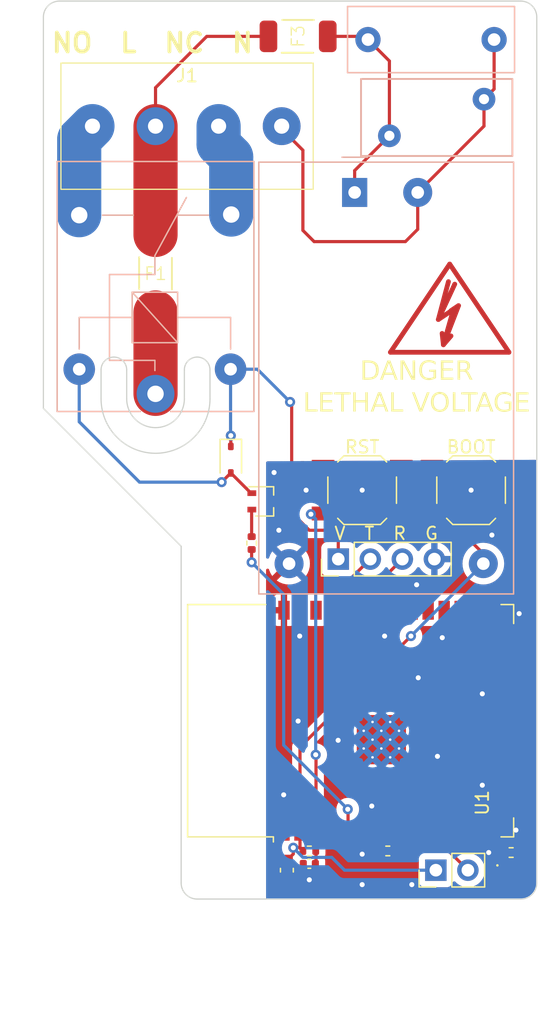
<source format=kicad_pcb>
(kicad_pcb (version 20221018) (generator pcbnew)
  (layers (0 "F.Cu" signal) (31 "B.Cu" signal) (34 "B.Paste" user) (35 "F.Paste" user) (36 "B.SilkS" user "B.Silkscreen") (37 "F.SilkS" user "F.Silkscreen") (38 "B.Mask" user) (39 "F.Mask" user) (44 "Edge.Cuts" user))
  (net 0 "")
  (net 1 "RST")
  (net 2 "+3V3")
  (net 3 "Net-(Q1-G)")
  (net 4 "IO5")
  (net 5 "AC_L")
  (net 6 "Net-(D1-A)")
  (net 7 "GND")
  (net 10 "IO7")
  (net 17 "Net-(D2-A)")
  (net 30 "BOOT")
  (net 39 "RX")
  (net 40 "TX")
  (net 43 "AC_N")
  (net 44 "Net-(SW5-B)")
  (net 45 "AC_L_FUSED")
  (net 46 "Net-(PS1-AC{slash}L)")
  (net 47 "AC_NC")
  (net 48 "AC_NO")
  (net 49 "IO20")
  (footprint "Button_Switch_SMD:SW_SPST_SKQG_WithStem" (layer "F.Cu") (at 172.593 89.789)
    (fp_text reference "BOOT" (at 0 -3.429 180) (layer "F.SilkS"))
    (fp_text value "SW_Push" hide)
    (fp_line (start -2.72 1.04) (end -2.72 -1.04) (stroke (width 0.12)) (layer "F.SilkS"))
    (fp_line (start -1.45 -2.72) (end -1.94 -2.23) (stroke (width 0.12)) (layer "F.SilkS"))
    (fp_line (start -1.45 -2.72) (end 1.45 -2.72) (stroke (width 0.12)) (layer "F.SilkS"))
    (fp_line (start -1.45 2.72) (end -1.94 2.23) (stroke (width 0.12)) (layer "F.SilkS"))
    (fp_line (start -1.45 2.72) (end 1.45 2.72) (stroke (width 0.12)) (layer "F.SilkS"))
    (fp_line (start 1.45 -2.72) (end 1.94 -2.23) (stroke (width 0.12)) (layer "F.SilkS"))
    (fp_line (start 1.45 2.72) (end 1.94 2.23) (stroke (width 0.12)) (layer "F.SilkS"))
    (fp_line (start 2.72 1.04) (end 2.72 -1.04) (stroke (width 0.12)) (layer "F.SilkS"))
    (pad "1" smd rect (at -3.1 -1.85) (size 1.8 1.1) (layers "F.Cu" "F.Paste" "F.Mask") (net 7 "GND"))
    (pad "1" smd rect (at 3.1 -1.85) (size 1.8 1.1) (layers "F.Cu" "F.Paste" "F.Mask") (net 7 "GND"))
    (pad "2" smd rect (at -3.1 1.85) (size 1.8 1.1) (layers "F.Cu" "F.Paste" "F.Mask") (net 30 "BOOT"))
    (pad "2" smd rect (at 3.1 1.85) (size 1.8 1.1) (layers "F.Cu" "F.Paste" "F.Mask") (net 30 "BOOT"))
    (zone (net 0) (net_name "") (layer "F.Cu") (connect_pads (clearance 0)) (min_thickness 0.254)
      (keepout (tracks not_allowed) (vias not_allowed) (pads not_allowed) (copperpour not_allowed) (footprints not_allowed))
      (fill (thermal_gap 0.508) (thermal_bridge_width 0.508))
      (polygon (pts (xy 168.593 88.489) (xy 171.593 88.489) (xy 171.593 91.089) (xy 168.593 91.089)))
    )
    (zone (net 0) (net_name "") (layer "F.Cu") (connect_pads (clearance 0)) (min_thickness 0.254)
      (keepout (tracks not_allowed) (vias not_allowed) (pads not_allowed) (copperpour not_allowed) (footprints not_allowed))
      (fill (thermal_gap 0.508) (thermal_bridge_width 0.508))
      (polygon (pts (xy 173.593 88.489) (xy 176.593 88.489) (xy 176.593 91.089) (xy 173.593 91.089)))
    )
  )
  (footprint "footprints:WJ128V-5.0-2P" (layer "F.Cu") (at 150.074 60.96 180)
    (fp_text reference "J1" (at 0 4) (layer "F.SilkS"))
    (fp_text value "Screw_Terminal_01x04" hide)
    (fp_rect (start 10 5) (end -10 -5) (stroke (width 0.1)) (fill none) (layer "F.SilkS"))
    (pad "1" thru_hole circle (at -7.5 0 180) (size 3 3) (drill 1.2) (layers "*.Cu" "*.Mask") (net 43 "AC_N"))
    (pad "2" thru_hole circle (at -2.5 0 180) (size 3 3) (drill 1.2) (layers "*.Cu" "*.Mask") (net 47 "AC_NC"))
    (pad "3" thru_hole circle (at 2.5 0 180) (size 3 3) (drill 1.2) (layers "*.Cu" "*.Mask") (net 5 "AC_L"))
    (pad "4" thru_hole circle (at 7.5 0 180) (size 3 3) (drill 1.2) (layers "*.Cu" "*.Mask") (net 48 "AC_NO"))
  )
  (footprint "6125_Fuse:Fuse_6125" (layer "F.Cu") (at 147.574 72.644 -90)
    (fp_text reference "F1" (at 0 0 unlocked) (layer "F.SilkS") (effects (font (thickness 0.1))))
    (fp_text value "5A 250v")
    (fp_line (start -1.3 1.3) (end 1.2 1.3) (stroke (width 0.15)) (layer "F.SilkS"))
    (fp_line (start -1.25 -1.3) (end 1.25 -1.3) (stroke (width 0.15)) (layer "F.SilkS"))
    (pad "1" smd roundrect (at -2.35 0 270) (size 1.4 2.5) (layers "F.Cu" "F.Paste" "F.Mask") (net 5 "AC_L"))
    (pad "2" smd roundrect (at 2.35 0 270) (size 1.4 2.5) (layers "F.Cu" "F.Paste" "F.Mask") (net 45 "AC_L_FUSED"))
  )
  (footprint "Button_Switch_SMD:SW_SPST_SKQG_WithStem" (layer "F.Cu") (at 163.957 89.789 180)
    (fp_text reference "RST" (at 0 3.429 180) (layer "F.SilkS"))
    (fp_text value "SW_Push" hide)
    (fp_line (start -2.72 1.04) (end -2.72 -1.04) (stroke (width 0.12)) (layer "F.SilkS"))
    (fp_line (start -1.45 -2.72) (end -1.94 -2.23) (stroke (width 0.12)) (layer "F.SilkS"))
    (fp_line (start -1.45 -2.72) (end 1.45 -2.72) (stroke (width 0.12)) (layer "F.SilkS"))
    (fp_line (start -1.45 2.72) (end -1.94 2.23) (stroke (width 0.12)) (layer "F.SilkS"))
    (fp_line (start -1.45 2.72) (end 1.45 2.72) (stroke (width 0.12)) (layer "F.SilkS"))
    (fp_line (start 1.45 -2.72) (end 1.94 -2.23) (stroke (width 0.12)) (layer "F.SilkS"))
    (fp_line (start 1.45 2.72) (end 1.94 2.23) (stroke (width 0.12)) (layer "F.SilkS"))
    (fp_line (start 2.72 1.04) (end 2.72 -1.04) (stroke (width 0.12)) (layer "F.SilkS"))
    (pad "1" smd rect (at -3.1 -1.85 180) (size 1.8 1.1) (layers "F.Cu" "F.Paste" "F.Mask") (net 1 "RST"))
    (pad "1" smd rect (at 3.1 -1.85 180) (size 1.8 1.1) (layers "F.Cu" "F.Paste" "F.Mask") (net 1 "RST"))
    (pad "2" smd rect (at -3.1 1.85 180) (size 1.8 1.1) (layers "F.Cu" "F.Paste" "F.Mask") (net 7 "GND"))
    (pad "2" smd rect (at 3.1 1.85 180) (size 1.8 1.1) (layers "F.Cu" "F.Paste" "F.Mask") (net 7 "GND"))
    (zone (net 0) (net_name "") (layer "F.Cu") (connect_pads (clearance 0)) (min_thickness 0.254)
      (keepout (tracks not_allowed) (vias not_allowed) (pads not_allowed) (copperpour not_allowed) (footprints not_allowed))
      (fill (thermal_gap 0.508) (thermal_bridge_width 0.508))
      (polygon (pts (xy 162.957 91.089) (xy 159.957 91.089) (xy 159.957 88.489) (xy 162.957 88.489)))
    )
    (zone (net 0) (net_name "") (layer "F.Cu") (connect_pads (clearance 0)) (min_thickness 0.254)
      (keepout (tracks not_allowed) (vias not_allowed) (pads not_allowed) (copperpour not_allowed) (footprints not_allowed))
      (fill (thermal_gap 0.508) (thermal_bridge_width 0.508))
      (polygon (pts (xy 167.957 91.089) (xy 164.957 91.089) (xy 164.957 88.489) (xy 167.957 88.489)))
    )
  )
  (footprint "6125_Fuse:Fuse_6125" (layer "F.Cu") (at 158.877 53.848)
    (fp_text reference "F3" (at 0 0 90 unlocked) (layer "F.SilkS") (effects (font (thickness 0.1))))
    (fp_text value "0.5A 125v")
    (fp_line (start -1.3 1.3) (end 1.2 1.3) (stroke (width 0.15)) (layer "F.SilkS"))
    (fp_line (start -1.25 -1.3) (end 1.25 -1.3) (stroke (width 0.15)) (layer "F.SilkS"))
    (pad "1" smd roundrect (at -2.35 0) (size 1.4 2.5) (layers "F.Cu" "F.Paste" "F.Mask") (net 5 "AC_L"))
    (pad "2" smd roundrect (at 2.35 0) (size 1.4 2.5) (layers "F.Cu" "F.Paste" "F.Mask") (net 46 "Net-(PS1-AC{slash}L)"))
  )
  (footprint "Resistor_SMD:R_0402_1005Metric" (layer "F.Cu") (at 155.194 93.98 -90)
    (fp_text reference "R2" hide)
    (fp_text value "10k")
    (fp_line (start -0.153641 -0.38) (end 0.153641 -0.38) (stroke (width 0.12)) (layer "F.SilkS"))
    (fp_line (start -0.153641 0.38) (end 0.153641 0.38) (stroke (width 0.12)) (layer "F.SilkS"))
    (pad "1" smd roundrect (at -0.51 0 270) (size 0.54 0.64) (layers "F.Cu" "F.Paste" "F.Mask") (net 3 "Net-(Q1-G)"))
    (pad "2" smd roundrect (at 0.51 0 270) (size 0.54 0.64) (layers "F.Cu" "F.Paste" "F.Mask") (net 4 "IO5"))
  )
  (footprint "Diode_SMD:D_SOD-323" (layer "F.Cu") (at 153.543 87.376 -90)
    (fp_text reference "D1" hide)
    (fp_text value "D")
    (fp_line (start -1.61 -0.85) (end -1.61 0.85) (stroke (width 0.12)) (layer "F.SilkS"))
    (fp_line (start -1.61 -0.85) (end 1.05 -0.85) (stroke (width 0.12)) (layer "F.SilkS"))
    (fp_line (start -1.61 0.85) (end 1.05 0.85) (stroke (width 0.12)) (layer "F.SilkS"))
    (pad "1" smd roundrect (at -1.05 0 270) (size 0.6 0.45) (layers "F.Cu" "F.Paste" "F.Mask") (net 2 "+3V3"))
    (pad "2" smd roundrect (at 1.05 0 270) (size 0.6 0.45) (layers "F.Cu" "F.Paste" "F.Mask") (net 6 "Net-(D1-A)"))
  )
  (footprint "Symbol:Symbol_HighVoltage_Type2_CopperTop_VerySmall" (layer "F.Cu") (at 170.89628 76.073)
    (fp_text reference "REF**" hide)
    (fp_text value "Symbol_HighVoltage_Type2_CopperTop_VerySmall" hide)
    (fp_line (start -4.699 2.794) (end 0 -4.191) (stroke (width 0.381)) (layer "F.Cu"))
    (fp_line (start -0.89916 0.20066) (end 0.29972 -0.59944) (stroke (width 0.381)) (layer "F.Cu"))
    (fp_line (start -0.89916 0.20066) (end 0.40132 -2.60096) (stroke (width 0.381)) (layer "F.Cu"))
    (fp_line (start -0.49784 2.19964) (end -0.59944 1.30048) (stroke (width 0.381)) (layer "F.Cu"))
    (fp_line (start -0.49784 2.19964) (end 0.1016 1.50114) (stroke (width 0.381)) (layer "F.Cu"))
    (fp_line (start -0.49784 2.19964) (end 0.70104 -0.89916) (stroke (width 0.381)) (layer "F.Cu"))
    (fp_line (start -0.09906 -2.79908) (end -0.89916 0.20066) (stroke (width 0.381)) (layer "F.Cu"))
    (fp_line (start 0 -4.191) (end 4.699 2.794) (stroke (width 0.381)) (layer "F.Cu"))
    (fp_line (start 0.29972 -0.59944) (end -0.49784 2.19964) (stroke (width 0.381)) (layer "F.Cu"))
    (fp_line (start 0.70104 -0.89916) (end 0.1016 -0.50038) (stroke (width 0.381)) (layer "F.Cu"))
    (fp_line (start 4.699 2.794) (end -4.699 2.794) (stroke (width 0.381)) (layer "F.Cu"))
  )
  (footprint "LED_SMD:LED_0402_1005Metric" (layer "F.Cu") (at 175.768 119.507)
    (fp_text reference "D2" hide)
    (fp_text value "LED")
    (fp_circle (center -1.09 0) (end -1.04 0) (stroke (width 0.1)) (fill none) (layer "F.SilkS"))
    (pad "1" smd roundrect (at -0.485 0) (size 0.59 0.64) (layers "F.Cu" "F.Paste" "F.Mask") (net 7 "GND"))
    (pad "2" smd roundrect (at 0.485 0) (size 0.59 0.64) (layers "F.Cu" "F.Paste" "F.Mask") (net 17 "Net-(D2-A)"))
  )
  (footprint "Connector_PinHeader_2.54mm:PinHeader_1x02_P2.54mm_Vertical" (layer "F.Cu") (at 169.799 119.888 90)
    (fp_text reference "SW5" hide)
    (fp_text value "SW_SPST" hide)
    (fp_line (start -1.33 -1.33) (end 0 -1.33) (stroke (width 0.12)) (layer "F.SilkS"))
    (fp_line (start -1.33 0) (end -1.33 -1.33) (stroke (width 0.12)) (layer "F.SilkS"))
    (fp_line (start -1.33 1.27) (end -1.33 3.87) (stroke (width 0.12)) (layer "F.SilkS"))
    (fp_line (start -1.33 1.27) (end 1.33 1.27) (stroke (width 0.12)) (layer "F.SilkS"))
    (fp_line (start -1.33 3.87) (end 1.33 3.87) (stroke (width 0.12)) (layer "F.SilkS"))
    (fp_line (start 1.33 1.27) (end 1.33 3.87) (stroke (width 0.12)) (layer "F.SilkS"))
    (pad "1" thru_hole rect (at 0 0 90) (size 1.7 1.7) (drill 1) (layers "*.Cu" "*.Mask") (net 2 "+3V3"))
    (pad "2" thru_hole oval (at 0 2.54 90) (size 1.7 1.7) (drill 1) (layers "*.Cu" "*.Mask") (net 44 "Net-(SW5-B)"))
  )
  (footprint "Connector_PinHeader_2.54mm:PinHeader_1x04_P2.54mm_Vertical" (layer "F.Cu") (at 162.062 95.25 90)
    (fp_text reference "V  T  R  G" (at 2.032 3.8 180) (layer "F.SilkS"))
    (fp_text value "Conn_01x04" hide)
    (fp_line (start -1.33 -1.33) (end 0 -1.33) (stroke (width 0.12)) (layer "F.SilkS"))
    (fp_line (start -1.33 0) (end -1.33 -1.33) (stroke (width 0.12)) (layer "F.SilkS"))
    (fp_line (start -1.33 1.27) (end -1.33 8.95) (stroke (width 0.12)) (layer "F.SilkS"))
    (fp_line (start -1.33 1.27) (end 1.33 1.27) (stroke (width 0.12)) (layer "F.SilkS"))
    (fp_line (start -1.33 8.95) (end 1.33 8.95) (stroke (width 0.12)) (layer "F.SilkS"))
    (fp_line (start 1.33 1.27) (end 1.33 8.95) (stroke (width 0.12)) (layer "F.SilkS"))
    (pad "1" thru_hole rect (at 0 0 90) (size 1.7 1.7) (drill 1) (layers "*.Cu" "*.Mask") (net 2 "+3V3"))
    (pad "2" thru_hole oval (at 0 2.54 90) (size 1.7 1.7) (drill 1) (layers "*.Cu" "*.Mask") (net 40 "TX"))
    (pad "3" thru_hole oval (at 0 5.08 90) (size 1.7 1.7) (drill 1) (layers "*.Cu" "*.Mask") (net 39 "RX"))
    (pad "4" thru_hole oval (at 0 7.62 90) (size 1.7 1.7) (drill 1) (layers "*.Cu" "*.Mask") (net 7 "GND"))
  )
  (footprint "Resistor_SMD:R_0402_1005Metric" (layer "F.Cu") (at 175.768 118.491 180)
    (fp_text reference "R4" hide)
    (fp_text value "5k1")
    (fp_line (start -0.153641 -0.38) (end 0.153641 -0.38) (stroke (width 0.12)) (layer "F.SilkS"))
    (fp_line (start -0.153641 0.38) (end 0.153641 0.38) (stroke (width 0.12)) (layer "F.SilkS"))
    (pad "1" smd roundrect (at -0.51 0 180) (size 0.54 0.64) (layers "F.Cu" "F.Paste" "F.Mask") (net 17 "Net-(D2-A)"))
    (pad "2" smd roundrect (at 0.51 0 180) (size 0.54 0.64) (layers "F.Cu" "F.Paste" "F.Mask") (net 49 "IO20"))
  )
  (footprint "Capacitor_SMD:C_0402_1005Metric" (layer "F.Cu") (at 159.766 119.38 180)
    (fp_text reference "C1" hide)
    (fp_text value "100n")
    (fp_line (start -0.107836 -0.36) (end 0.107836 -0.36) (stroke (width 0.12)) (layer "F.SilkS"))
    (fp_line (start -0.107836 0.36) (end 0.107836 0.36) (stroke (width 0.12)) (layer "F.SilkS"))
    (pad "1" smd roundrect (at -0.48 0 180) (size 0.56 0.62) (layers "F.Cu" "F.Paste" "F.Mask") (net 1 "RST"))
    (pad "2" smd roundrect (at 0.48 0 180) (size 0.56 0.62) (layers "F.Cu" "F.Paste" "F.Mask") (net 7 "GND"))
  )
  (footprint "Resistor_SMD:R_0402_1005Metric" (layer "F.Cu") (at 165.989 118.364 180)
    (fp_text reference "R3" hide)
    (fp_text value "10k")
    (fp_line (start -0.153641 -0.38) (end 0.153641 -0.38) (stroke (width 0.12)) (layer "F.SilkS"))
    (fp_line (start -0.153641 0.38) (end 0.153641 0.38) (stroke (width 0.12)) (layer "F.SilkS"))
    (pad "1" smd roundrect (at -0.51 0 180) (size 0.54 0.64) (layers "F.Cu" "F.Paste" "F.Mask") (net 44 "Net-(SW5-B)"))
    (pad "2" smd roundrect (at 0.51 0 180) (size 0.54 0.64) (layers "F.Cu" "F.Paste" "F.Mask") (net 10 "IO7"))
  )
  (footprint "Package_TO_SOT_SMD:SOT-323_SC-70" (layer "F.Cu") (at 156.21 90.678)
    (fp_text reference "Q1" hide)
    (fp_text value "NMOS")
    (fp_line (start -0.68 1.16) (end 0.73 1.16) (stroke (width 0.12)) (layer "F.SilkS"))
    (fp_line (start 0.73 -1.16) (end -1.3 -1.16) (stroke (width 0.12)) (layer "F.SilkS"))
    (fp_line (start 0.73 -1.16) (end 0.73 -0.5) (stroke (width 0.12)) (layer "F.SilkS"))
    (fp_line (start 0.73 0.5) (end 0.73 1.16) (stroke (width 0.12)) (layer "F.SilkS"))
    (pad "1" smd rect (at -1 -0.65 270) (size 0.45 0.7) (layers "F.Cu" "F.Paste" "F.Mask") (net 6 "Net-(D1-A)"))
    (pad "2" smd rect (at -1 0.65 270) (size 0.45 0.7) (layers "F.Cu" "F.Paste" "F.Mask") (net 3 "Net-(Q1-G)"))
    (pad "3" smd rect (at 1 0 270) (size 0.45 0.7) (layers "F.Cu" "F.Paste" "F.Mask") (net 7 "GND"))
  )
  (footprint "RF_Module:ESP32-S3-WROOM-1" (layer "F.Cu") (at 163.018 108.05 90)
    (fp_text reference "U1" (at -6.504 10.464 90 unlocked) (layer "F.SilkS"))
    (fp_text value "ESP32-S2-SOLO-2")
    (fp_line (start -9.2 -12.9) (end 9.2 -12.9) (stroke (width 0.12)) (layer "F.SilkS"))
    (fp_line (start -9.2 -6.1) (end -9.6 -6.1) (stroke (width 0.12)) (layer "F.SilkS"))
    (fp_line (start -9.2 -6.1) (end -9.2 -12.9) (stroke (width 0.12)) (layer "F.SilkS"))
    (fp_line (start -9.2 11.95) (end -9.2 12.95) (stroke (width 0.12)) (layer "F.SilkS"))
    (fp_line (start -9.2 12.95) (end -7.7 12.95) (stroke (width 0.12)) (layer "F.SilkS"))
    (fp_line (start 9.2 -12.9) (end 9.2 -6.7) (stroke (width 0.12)) (layer "F.SilkS"))
    (fp_line (start 9.2 12.95) (end 7.7 12.95) (stroke (width 0.12)) (layer "F.SilkS"))
    (fp_line (start 9.2 12.95) (end 9.2 11.95) (stroke (width 0.12)) (layer "F.SilkS"))
    (pad "1" smd rect (at -8.75 -5.26 90) (size 1.5 0.9) (layers "F.Cu" "F.Paste" "F.Mask") (net 7 "GND"))
    (pad "2" smd rect (at -8.75 -3.99 90) (size 1.5 0.9) (layers "F.Cu" "F.Paste" "F.Mask") (net 2 "+3V3"))
    (pad "3" smd rect (at -8.75 -2.72 90) (size 1.5 0.9) (layers "F.Cu" "F.Paste" "F.Mask") (net 1 "RST"))
    (pad "4" smd rect (at -8.75 -1.45 90) (size 1.5 0.9) (layers "F.Cu" "F.Paste" "F.Mask"))
    (pad "5" smd rect (at -8.75 -0.18 90) (size 1.5 0.9) (layers "F.Cu" "F.Paste" "F.Mask") (net 4 "IO5"))
    (pad "6" smd rect (at -8.75 1.09 90) (size 1.5 0.9) (layers "F.Cu" "F.Paste" "F.Mask"))
    (pad "7" smd rect (at -8.75 2.36 90) (size 1.5 0.9) (layers "F.Cu" "F.Paste" "F.Mask") (net 10 "IO7"))
    (pad "8" smd rect (at -8.75 3.63 90) (size 1.5 0.9) (layers "F.Cu" "F.Paste" "F.Mask"))
    (pad "9" smd rect (at -8.75 4.9 90) (size 1.5 0.9) (layers "F.Cu" "F.Paste" "F.Mask"))
    (pad "10" smd rect (at -8.75 6.17 90) (size 1.5 0.9) (layers "F.Cu" "F.Paste" "F.Mask"))
    (pad "11" smd rect (at -8.75 7.44 90) (size 1.5 0.9) (layers "F.Cu" "F.Paste" "F.Mask"))
    (pad "12" smd rect (at -8.75 8.71 90) (size 1.5 0.9) (layers "F.Cu" "F.Paste" "F.Mask"))
    (pad "13" smd rect (at -8.75 9.98 90) (size 1.5 0.9) (layers "F.Cu" "F.Paste" "F.Mask"))
    (pad "14" smd rect (at -8.75 11.25 270) (size 1.5 0.9) (layers "F.Cu" "F.Paste" "F.Mask") (net 49 "IO20"))
    (pad "15" smd rect (at -6.985 12.5) (size 1.5 0.9) (layers "F.Cu" "F.Paste" "F.Mask"))
    (pad "16" smd rect (at -5.715 12.5) (size 1.5 0.9) (layers "F.Cu" "F.Paste" "F.Mask"))
    (pad "17" smd rect (at -4.445 12.5) (size 1.5 0.9) (layers "F.Cu" "F.Paste" "F.Mask"))
    (pad "18" smd rect (at -3.175 12.5) (size 1.5 0.9) (layers "F.Cu" "F.Paste" "F.Mask"))
    (pad "19" smd rect (at -1.905 12.5) (size 1.5 0.9) (layers "F.Cu" "F.Paste" "F.Mask"))
    (pad "20" smd rect (at -0.635 12.5) (size 1.5 0.9) (layers "F.Cu" "F.Paste" "F.Mask"))
    (pad "21" smd rect (at 0.635 12.5) (size 1.5 0.9) (layers "F.Cu" "F.Paste" "F.Mask"))
    (pad "22" smd rect (at 1.905 12.5) (size 1.5 0.9) (layers "F.Cu" "F.Paste" "F.Mask"))
    (pad "23" smd rect (at 3.175 12.5) (size 1.5 0.9) (layers "F.Cu" "F.Paste" "F.Mask"))
    (pad "24" smd rect (at 4.445 12.5) (size 1.5 0.9) (layers "F.Cu" "F.Paste" "F.Mask"))
    (pad "25" smd rect (at 5.715 12.5) (size 1.5 0.9) (layers "F.Cu" "F.Paste" "F.Mask"))
    (pad "26" smd rect (at 6.985 12.5) (size 1.5 0.9) (layers "F.Cu" "F.Paste" "F.Mask"))
    (pad "27" smd rect (at 8.75 11.25 90) (size 1.5 0.9) (layers "F.Cu" "F.Paste" "F.Mask") (net 30 "BOOT"))
    (pad "28" smd rect (at 8.75 9.98 90) (size 1.5 0.9) (layers "F.Cu" "F.Paste" "F.Mask"))
    (pad "29" smd rect (at 8.75 8.71 90) (size 1.5 0.9) (layers "F.Cu" "F.Paste" "F.Mask"))
    (pad "30" smd rect (at 8.75 7.44 90) (size 1.5 0.9) (layers "F.Cu" "F.Paste" "F.Mask"))
    (pad "31" smd rect (at 8.75 6.17 90) (size 1.5 0.9) (layers "F.Cu" "F.Paste" "F.Mask"))
    (pad "32" smd rect (at 8.75 4.9 90) (size 1.5 0.9) (layers "F.Cu" "F.Paste" "F.Mask"))
    (pad "33" smd rect (at 8.75 3.63 90) (size 1.5 0.9) (layers "F.Cu" "F.Paste" "F.Mask"))
    (pad "34" smd rect (at 8.75 2.36 90) (size 1.5 0.9) (layers "F.Cu" "F.Paste" "F.Mask"))
    (pad "35" smd rect (at 8.75 1.09 90) (size 1.5 0.9) (layers "F.Cu" "F.Paste" "F.Mask"))
    (pad "36" smd rect (at 8.75 -0.18 90) (size 1.5 0.9) (layers "F.Cu" "F.Paste" "F.Mask") (net 39 "RX"))
    (pad "37" smd rect (at 8.75 -1.45 90) (size 1.5 0.9) (layers "F.Cu" "F.Paste" "F.Mask") (net 40 "TX"))
    (pad "38" smd rect (at 8.75 -2.72 90) (size 1.5 0.9) (layers "F.Cu" "F.Paste" "F.Mask"))
    (pad "39" smd rect (at 8.75 -3.99 90) (size 1.5 0.9) (layers "F.Cu" "F.Paste" "F.Mask"))
    (pad "40" smd rect (at 8.75 -5.26 90) (size 1.5 0.9) (layers "F.Cu" "F.Paste" "F.Mask") (net 7 "GND"))
    (pad "41" thru_hole circle (at -2.9 1.76 180) (size 0.6 0.6) (drill 0.2) (property pad_prop_heatsink) (layers "*.Cu" "F.Mask") (net 7 "GND"))
    (pad "41" thru_hole circle (at -2.9 3.16 90) (size 0.6 0.6) (drill 0.2) (property pad_prop_heatsink) (layers "*.Cu" "F.Mask") (net 7 "GND"))
    (pad "41" thru_hole circle (at -2.2 1.06 90) (size 0.6 0.6) (drill 0.2) (property pad_prop_heatsink) (layers "*.Cu" "F.Mask") (net 7 "GND"))
    (pad "41" thru_hole circle (at -2.2 2.46 90) (size 0.6 0.6) (drill 0.2) (property pad_prop_heatsink) (layers "*.Cu" "F.Mask") (net 7 "GND"))
    (pad "41" thru_hole circle (at -2.2 3.86 90) (size 0.6 0.6) (drill 0.2) (property pad_prop_heatsink) (layers "*.Cu" "F.Mask") (net 7 "GND"))
    (pad "41" thru_hole circle (at -1.5 1.76 90) (size 0.6 0.6) (drill 0.2) (property pad_prop_heatsink) (layers "*.Cu" "F.Mask") (net 7 "GND"))
    (pad "41" smd rect (at -1.5 2.46) (size 3.9 3.9) (layers "F.Cu" "F.Mask") (net 7 "GND"))
    (pad "41" thru_hole circle (at -1.5 3.16 90) (size 0.6 0.6) (drill 0.2) (property pad_prop_heatsink) (layers "*.Cu" "F.Mask") (net 7 "GND"))
    (pad "41" thru_hole circle (at -0.8 1.06 90) (size 0.6 0.6) (drill 0.2) (property pad_prop_heatsink) (layers "*.Cu" "F.Mask") (net 7 "GND"))
    (pad "41" thru_hole circle (at -0.8 2.46 90) (size 0.6 0.6) (drill 0.2) (property pad_prop_heatsink) (layers "*.Cu" "F.Mask") (net 7 "GND"))
    (pad "41" thru_hole circle (at -0.8 3.86 90) (size 0.6 0.6) (drill 0.2) (property pad_prop_heatsink) (layers "*.Cu" "F.Mask") (net 7 "GND"))
    (pad "41" thru_hole circle (at -0.1 1.76 90) (size 0.6 0.6) (drill 0.2) (property pad_prop_heatsink) (layers "*.Cu" "F.Mask") (net 7 "GND"))
    (pad "41" thru_hole circle (at -0.1 3.16 90) (size 0.6 0.6) (drill 0.2) (property pad_prop_heatsink) (layers "*.Cu" "F.Mask") (net 7 "GND"))
  )
  (footprint "Resistor_SMD:R_0402_1005Metric" (layer "F.Cu") (at 159.766 118.364 180)
    (fp_text reference "R1" hide)
    (fp_text value "10k")
    (fp_line (start -0.153641 -0.38) (end 0.153641 -0.38) (stroke (width 0.12)) (layer "F.SilkS"))
    (fp_line (start -0.153641 0.38) (end 0.153641 0.38) (stroke (width 0.12)) (layer "F.SilkS"))
    (pad "1" smd roundrect (at -0.51 0 180) (size 0.54 0.64) (layers "F.Cu" "F.Paste" "F.Mask") (net 1 "RST"))
    (pad "2" smd roundrect (at 0.51 0 180) (size 0.54 0.64) (layers "F.Cu" "F.Paste" "F.Mask") (net 2 "+3V3"))
  )
  (footprint "Capacitor_SMD:C_0603_1608Metric" (layer "F.Cu") (at 157.988 119.888 -90)
    (fp_text reference "C3" hide)
    (fp_text value "10u")
    (fp_line (start -0.14058 -0.51) (end 0.14058 -0.51) (stroke (width 0.12)) (layer "F.SilkS"))
    (fp_line (start -0.14058 0.51) (end 0.14058 0.51) (stroke (width 0.12)) (layer "F.SilkS"))
    (pad "1" smd roundrect (at -0.775 0 270) (size 0.9 0.95) (layers "F.Cu" "F.Paste" "F.Mask") (net 2 "+3V3"))
    (pad "2" smd roundrect (at 0.775 0 270) (size 0.9 0.95) (layers "F.Cu" "F.Paste" "F.Mask") (net 7 "GND"))
  )
  (footprint "Relay_THT:Relay_SPDT_SANYOU_SRD_Series_Form_C" (layer "B.Cu") (at 147.574 82.16 90)
    (fp_text reference "K1" hide)
    (fp_text value "SANYOU_SRD_Form_C")
    (fp_line (start -1.4 -1.2) (end -1.4 -7.8) (stroke (width 0.12)) (layer "B.SilkS"))
    (fp_line (start -1.4 7.8) (end -1.4 1.2) (stroke (width 0.12)) (layer "B.SilkS"))
    (fp_line (start -1.4 7.8) (end 18.4 7.8) (stroke (width 0.12)) (layer "B.SilkS"))
    (fp_line (start 2.65 -0.05) (end 1.85 -0.05) (stroke (width 0.12)) (layer "B.SilkS"))
    (fp_line (start 2.65 -0.05) (end 2.65 -3.65) (stroke (width 0.12)) (layer "B.SilkS"))
    (fp_line (start 3.55 -6.05) (end 6.05 -6.05) (stroke (width 0.12)) (layer "B.SilkS"))
    (fp_line (start 4.05 -1.85) (end 4.05 1.75) (stroke (width 0.12)) (layer "B.SilkS"))
    (fp_line (start 4.05 1.75) (end 8.05 1.75) (stroke (width 0.12)) (layer "B.SilkS"))
    (fp_line (start 6.05 -1.85) (end 6.05 -6.05) (stroke (width 0.12)) (layer "B.SilkS"))
    (fp_line (start 6.05 5.95) (end 3.55 5.95) (stroke (width 0.12)) (layer "B.SilkS"))
    (fp_line (start 6.05 5.95) (end 6.05 1.75) (stroke (width 0.12)) (layer "B.SilkS"))
    (fp_line (start 8.05 -1.85) (end 4.05 -1.85) (stroke (width 0.12)) (layer "B.SilkS"))
    (fp_line (start 8.05 -1.85) (end 4.05 1.75) (stroke (width 0.12)) (layer "B.SilkS"))
    (fp_line (start 8.05 1.75) (end 8.05 -1.85) (stroke (width 0.12)) (layer "B.SilkS"))
    (fp_line (start 9.45 -3.65) (end 2.65 -3.65) (stroke (width 0.12)) (layer "B.SilkS"))
    (fp_line (start 9.45 -0.05) (end 9.45 -3.65) (stroke (width 0.12)) (layer "B.SilkS"))
    (fp_line (start 9.45 -0.05) (end 10.95 -0.05) (stroke (width 0.12)) (layer "B.SilkS"))
    (fp_line (start 10.95 -0.05) (end 15.55 2.45) (stroke (width 0.12)) (layer "B.SilkS"))
    (fp_line (start 14.15 -4.2) (end 14.15 -1.75) (stroke (width 0.12)) (layer "B.SilkS"))
    (fp_line (start 14.15 4.2) (end 14.15 1.7) (stroke (width 0.12)) (layer "B.SilkS"))
    (fp_line (start 18.4 -7.8) (end -1.4 -7.8) (stroke (width 0.12)) (layer "B.SilkS"))
    (fp_line (start 18.4 7.8) (end 18.4 -7.8) (stroke (width 0.12)) (layer "B.SilkS"))
    (pad "1" thru_hole circle (at 0 0) (size 3 3) (drill 1.3) (layers "*.Cu" "*.Mask") (net 45 "AC_L_FUSED"))
    (pad "2" thru_hole circle (at 1.95 5.95) (size 2.5 2.5) (drill 1) (layers "*.Cu" "*.Mask") (net 2 "+3V3"))
    (pad "3" thru_hole circle (at 14.15 -6.05) (size 3 3) (drill 1.3) (layers "*.Cu" "*.Mask") (net 48 "AC_NO"))
    (pad "4" thru_hole circle (at 14.2 6) (size 3 3) (drill 1.3) (layers "*.Cu" "*.Mask") (net 47 "AC_NC"))
    (pad "5" thru_hole circle (at 1.95 -6.05) (size 2.5 2.5) (drill 1) (layers "*.Cu" "*.Mask") (net 6 "Net-(D1-A)"))
  )
  (footprint "Varistor:RV_Disc_D12mm_W6.1mm_P7.5mm" (layer "B.Cu") (at 166.116 61.722)
    (fp_text reference "RV1" hide)
    (fp_text value "Varistor")
    (fp_line (start -2.25 -4.5) (end 9.75 -4.5) (stroke (width 0.15)) (layer "B.SilkS"))
    (fp_line (start -2.25 1.6) (end -2.25 -4.5) (stroke (width 0.15)) (layer "B.SilkS"))
    (fp_line (start -2.25 1.6) (end 9.75 1.6) (stroke (width 0.15)) (layer "B.SilkS"))
    (fp_line (start 9.75 1.6) (end 9.75 -4.5) (stroke (width 0.15)) (layer "B.SilkS"))
    (pad "1" thru_hole circle (at 0 0) (size 1.8 1.8) (drill 0.8) (layers "*.Cu" "*.Mask") (net 46 "Net-(PS1-AC{slash}L)"))
    (pad "2" thru_hole circle (at 7.5 -2.9) (size 1.8 1.8) (drill 0.8) (layers "*.Cu" "*.Mask") (net 43 "AC_N"))
  )
  (footprint "Converter_ACDC:Converter_ACDC_HiLink_HLK-PMxx" (layer "B.Cu") (at 163.362 66.2095 -90)
    (fp_text reference "PS1" hide)
    (fp_text value "HLK-PM03")
    (fp_line (start -2.79 1) (end -2.79 -1.01) (stroke (width 0.12)) (layer "B.SilkS"))
    (fp_line (start -2.4 -12.6) (end 31.8 -12.6) (stroke (width 0.12)) (layer "B.SilkS"))
    (fp_line (start -2.4 7.6) (end -2.4 -12.6) (stroke (width 0.12)) (layer "B.SilkS"))
    (fp_line (start 31.8 -12.6) (end 31.8 7.6) (stroke (width 0.12)) (layer "B.SilkS"))
    (fp_line (start 31.8 7.6) (end -2.4 7.6) (stroke (width 0.12)) (layer "B.SilkS"))
    (pad "1" thru_hole rect (at 0 0 270) (size 2.3 2) (drill 1) (layers "*.Cu" "*.Mask") (net 46 "Net-(PS1-AC{slash}L)"))
    (pad "2" thru_hole circle (at 0 -5 270) (size 2.3 2.3) (drill 1) (layers "*.Cu" "*.Mask") (net 43 "AC_N"))
    (pad "3" thru_hole circle (at 29.4 5.2 270) (size 2.3 2.3) (drill 1) (layers "*.Cu" "*.Mask") (net 7 "GND"))
    (pad "4" thru_hole circle (at 29.4 -10.2 270) (size 2.3 2.3) (drill 1) (layers "*.Cu" "*.Mask") (net 2 "+3V3"))
  )
  (footprint "Capacitor_THT:C_Rect_L13.0mm_W5.0mm_P10.00mm_FKS3_FKP3_MKS4" (layer "B.Cu") (at 164.418 54.102)
    (fp_text reference "C2" hide)
    (fp_text value "150n")
    (fp_line (start -1.62 -2.62) (end 11.62 -2.62) (stroke (width 0.12)) (layer "B.SilkS"))
    (fp_line (start -1.62 2.62) (end -1.62 -2.62) (stroke (width 0.12)) (layer "B.SilkS"))
    (fp_line (start -1.62 2.62) (end 11.62 2.62) (stroke (width 0.12)) (layer "B.SilkS"))
    (fp_line (start 11.62 2.62) (end 11.62 -2.62) (stroke (width 0.12)) (layer "B.SilkS"))
    (pad "1" thru_hole circle (at 0 0) (size 2 2) (drill 1) (layers "*.Cu" "*.Mask") (net 46 "Net-(PS1-AC{slash}L)"))
    (pad "2" thru_hole circle (at 10 0) (size 2 2) (drill 1) (layers "*.Cu" "*.Mask") (net 43 "AC_N"))
  )
  (gr_line (start 138.684 83.312) (end 138.684 52.324) (stroke (width 0.1)) (layer "Edge.Cuts"))
  (gr_arc (start 151.892 82.55) (mid 147.574 86.868) (end 143.256 82.55) (stroke (width 0.1)) (layer "Edge.Cuts"))
  (gr_line (start 143.256 80.264) (end 143.256 82.55) (stroke (width 0.1)) (layer "Edge.Cuts"))
  (gr_line (start 149.606 120.904) (end 149.606 94.234) (stroke (width 0.1)) (layer "Edge.Cuts"))
  (gr_arc (start 150.876 122.174) (mid 149.977974 121.802026) (end 149.606 120.904) (stroke (width 0.1)) (layer "Edge.Cuts"))
  (gr_line (start 177.8 52.324) (end 177.8 120.904) (stroke (width 0.1)) (layer "Edge.Cuts"))
  (gr_arc (start 149.86 80.264) (mid 150.876 79.248) (end 151.892 80.264) (stroke (width 0.1)) (layer "Edge.Cuts"))
  (gr_arc (start 143.256 80.264) (mid 144.272 79.248) (end 145.288 80.264) (stroke (width 0.1)) (layer "Edge.Cuts"))
  (gr_line (start 149.86 80.264) (end 149.86 82.55) (stroke (width 0.1)) (layer "Edge.Cuts"))
  (gr_line (start 139.954 51.054) (end 176.53 51.054) (stroke (width 0.1)) (layer "Edge.Cuts"))
  (gr_line (start 176.53 122.174) (end 150.876 122.174) (stroke (width 0.1)) (layer "Edge.Cuts"))
  (gr_arc (start 138.684 52.324) (mid 139.055974 51.425974) (end 139.954 51.054) (stroke (width 0.1)) (layer "Edge.Cuts"))
  (gr_line (start 145.288 82.55) (end 145.288 80.264) (stroke (width 0.1)) (layer "Edge.Cuts"))
  (gr_arc (start 176.53 51.054) (mid 177.428026 51.425974) (end 177.8 52.324) (stroke (width 0.1)) (layer "Edge.Cuts"))
  (gr_line (start 151.892 82.55) (end 151.892 80.264) (stroke (width 0.1)) (layer "Edge.Cuts"))
  (gr_arc (start 177.8 120.904) (mid 177.428026 121.802026) (end 176.53 122.174) (stroke (width 0.1)) (layer "Edge.Cuts"))
  (gr_line (start 149.606 94.234) (end 138.684 83.312) (stroke (width 0.1)) (layer "Edge.Cuts"))
  (gr_arc (start 149.86 82.55) (mid 147.574 84.836) (end 145.288 82.55) (stroke (width 0.1)) (layer "Edge.Cuts"))
  (gr_text "DANGER\nLETHAL VOLTAGE" (at 168.275 83.82) (layer "F.SilkS") (effects (font (size 1.5 1.5)) (justify bottom)))
  (gr_text "NO  L  NC  N" (at 139.192 55.245) (layer "F.SilkS") (effects (font (size 1.5 1.5) (thickness 0.3) bold) (justify left bottom)))
  (segment (start 159.893 91.694) (end 160.802 91.694) (width 0.25) (layer "F.Cu") (net 1))
  (segment (start 160.802 91.694) (end 160.857 91.639) (width 0.25) (layer "F.Cu") (net 1))
  (segment (start 160.298 116.8) (end 160.298 110.768) (width 0.25) (layer "F.Cu") (net 1))
  (segment (start 160.298 119.328) (end 160.246 119.38) (width 0.25) (layer "F.Cu") (net 1))
  (segment (start 160.298 110.768) (end 160.274 110.744) (width 0.25) (layer "F.Cu") (net 1))
  (segment (start 160.298 116.8) (end 160.298 119.328) (width 0.25) (layer "F.Cu") (net 1))
  (via (at 160.274 110.744) (size 0.8) (drill 0.4) (layers "F.Cu" "B.Cu") (net 1))
  (via (at 159.893 91.694) (size 0.8) (drill 0.4) (layers "F.Cu" "B.Cu") (net 1))
  (segment (start 160.274 110.744) (end 160.274 92.075) (width 0.25) (layer "B.Cu") (net 1))
  (segment (start 160.274 92.075) (end 159.893 91.694) (width 0.25) (layer "B.Cu") (net 1))
  (segment (start 158.496 118.605) (end 157.988 119.113) (width 0.25) (layer "F.Cu") (net 2))
  (segment (start 159.028 116.8) (end 159.028 118.136) (width 0.25) (layer "F.Cu") (net 2))
  (segment (start 167.8255 101.346) (end 159.028 110.1435) (width 0.25) (layer "F.Cu") (net 2))
  (segment (start 162.062 95.25) (end 162.062 92.974) (width 0.25) (layer "F.Cu") (net 2))
  (segment (start 173.562 95.6095) (end 173.562 94.822) (width 0.25) (layer "F.Cu") (net 2))
  (segment (start 158.369 91.567) (end 158.369 82.931) (width 0.25) (layer "F.Cu") (net 2))
  (segment (start 159.028 118.136) (end 159.256 118.364) (width 0.25) (layer "F.Cu") (net 2))
  (segment (start 158.369 82.931) (end 158.242 82.804) (width 0.25) (layer "F.Cu") (net 2))
  (segment (start 159.028 110.1435) (end 159.028 116.8) (width 0.25) (layer "F.Cu") (net 2))
  (segment (start 158.496 118.11) (end 158.496 118.605) (width 0.25) (layer "F.Cu") (net 2))
  (segment (start 158.496 118.11) (end 159.002 118.11) (width 0.25) (layer "F.Cu") (net 2))
  (segment (start 171.704 92.964) (end 159.766 92.964) (width 0.25) (layer "F.Cu") (net 2))
  (segment (start 173.562 94.822) (end 171.704 92.964) (width 0.25) (layer "F.Cu") (net 2))
  (segment (start 159.766 92.964) (end 158.369 91.567) (width 0.25) (layer "F.Cu") (net 2))
  (segment (start 153.543 85.471) (end 153.543 86.326) (width 0.25) (layer "F.Cu") (net 2))
  (segment (start 159.002 118.11) (end 159.256 118.364) (width 0.25) (layer "F.Cu") (net 2))
  (via (at 153.543 85.471) (size 0.8) (drill 0.4) (layers "F.Cu" "B.Cu") (net 2))
  (via (at 158.242 82.804) (size 0.8) (drill 0.4) (layers "F.Cu" "B.Cu") (net 2))
  (via (at 158.496 118.11) (size 0.8) (drill 0.4) (layers "F.Cu" "B.Cu") (net 2))
  (via (at 167.8255 101.346) (size 0.8) (drill 0.4) (layers "F.Cu" "B.Cu") (net 2))
  (segment (start 153.524 85.452) (end 153.524 80.21) (width 0.25) (layer "B.Cu") (net 2))
  (segment (start 158.496 118.11) (end 159.258 118.872) (width 0.25) (layer "B.Cu") (net 2))
  (segment (start 167.8255 101.346) (end 173.562 95.6095) (width 0.25) (layer "B.Cu") (net 2))
  (segment (start 162.56 119.888) (end 169.799 119.888) (width 0.25) (layer "B.Cu") (net 2))
  (segment (start 158.242 82.804) (end 155.648 80.21) (width 0.25) (layer "B.Cu") (net 2))
  (segment (start 161.544 118.872) (end 162.56 119.888) (width 0.25) (layer "B.Cu") (net 2))
  (segment (start 153.543 85.471) (end 153.524 85.452) (width 0.25) (layer "B.Cu") (net 2))
  (segment (start 159.258 118.872) (end 161.544 118.872) (width 0.25) (layer "B.Cu") (net 2))
  (segment (start 155.648 80.21) (end 153.524 80.21) (width 0.25) (layer "B.Cu") (net 2))
  (segment (start 155.194 91.344) (end 155.21 91.328) (width 0.25) (layer "F.Cu") (net 3))
  (segment (start 155.194 93.47) (end 155.194 91.344) (width 0.25) (layer "F.Cu") (net 3))
  (segment (start 162.838 115.086) (end 162.814 115.062) (width 0.25) (layer "F.Cu") (net 4))
  (segment (start 155.194 95.504) (end 155.194 94.49) (width 0.25) (layer "F.Cu") (net 4))
  (segment (start 162.838 116.8) (end 162.838 115.086) (width 0.25) (layer "F.Cu") (net 4))
  (via (at 162.814 115.062) (size 0.8) (drill 0.4) (layers "F.Cu" "B.Cu") (net 4))
  (via (at 155.194 95.504) (size 0.8) (drill 0.4) (layers "F.Cu" "B.Cu") (net 4))
  (segment (start 157.734 109.982) (end 162.814 115.062) (width 0.25) (layer "B.Cu") (net 4))
  (segment (start 157.734 98.044) (end 157.734 109.982) (width 0.25) (layer "B.Cu") (net 4))
  (segment (start 155.194 95.504) (end 157.734 98.044) (width 0.25) (layer "B.Cu") (net 4))
  (segment (start 147.574 57.912) (end 147.574 60.96) (width 0.25) (layer "F.Cu") (net 5))
  (segment (start 151.638 53.848) (end 147.574 57.912) (width 0.25) (layer "F.Cu") (net 5))
  (segment (start 156.527 53.848) (end 151.638 53.848) (width 0.25) (layer "F.Cu") (net 5))
  (segment (start 147.574 60.96) (end 147.574 69.5706) (width 3.5) (layer "F.Cu") (net 5))
  (segment (start 155.145 90.028) (end 153.543 88.426) (width 0.25) (layer "F.Cu") (net 6))
  (segment (start 153.543 88.426) (end 152.815 89.154) (width 0.25) (layer "F.Cu") (net 6))
  (segment (start 155.21 90.028) (end 155.145 90.028) (width 0.25) (layer "F.Cu") (net 6))
  (via (at 152.815 89.154) (size 0.8) (drill 0.4) (layers "F.Cu" "B.Cu") (net 6))
  (segment (start 141.524 84.374) (end 146.304 89.154) (width 0.25) (layer "B.Cu") (net 6))
  (segment (start 146.304 89.154) (end 152.815 89.154) (width 0.25) (layer "B.Cu") (net 6))
  (segment (start 141.524 80.21) (end 141.524 84.374) (width 0.25) (layer "B.Cu") (net 6))
  (via (at 167.894 121.031) (size 0.8) (drill 0.4) (layers "F.Cu" "B.Cu") (net 7))
  (via (at 158.877 108.077) (size 0.8) (drill 0.4) (layers "F.Cu" "B.Cu") (net 7))
  (via (at 163.957 89.789) (size 0.8) (drill 0.4) (layers "F.Cu" "B.Cu") (net 7))
  (via (at 172.593 89.789) (size 0.8) (drill 0.4) (layers "F.Cu" "B.Cu") (net 7))
  (via (at 165.735 101.346) (size 0.8) (drill 0.4) (layers "F.Cu" "B.Cu") (net 7))
  (via (at 163.957 121.031) (size 0.8) (drill 0.4) (layers "F.Cu" "B.Cu") (net 7))
  (via (at 159.004 101.346) (size 0.8) (drill 0.4) (layers "F.Cu" "B.Cu") (net 7))
  (via (at 163.957 118.618) (size 0.8) (drill 0.4) (layers "F.Cu" "B.Cu") (net 7))
  (via (at 173.482 105.918) (size 0.8) (drill 0.4) (layers "F.Cu" "B.Cu") (net 7))
  (via (at 159.766 120.65) (size 0.8) (drill 0.4) (layers "F.Cu" "B.Cu") (net 7))
  (via (at 159.512 89.789) (size 0.8) (drill 0.4) (layers "F.Cu" "B.Cu") (net 7))
  (via (at 170.307 101.473) (size 0.8) (drill 0.4) (layers "F.Cu" "B.Cu") (net 7))
  (via (at 156.972 88.392) (size 0.8) (drill 0.4) (layers "F.Cu" "B.Cu") (net 7))
  (via (at 164.719 114.808) (size 0.8) (drill 0.4) (layers "F.Cu" "B.Cu") (net 7))
  (via (at 176.403 99.568) (size 0.8) (drill 0.4) (layers "F.Cu" "B.Cu") (net 7))
  (via (at 169.926 110.871) (size 0.8) (drill 0.4) (layers "F.Cu" "B.Cu") (net 7))
  (via (at 162.052 109.601) (size 0.8) (drill 0.4) (layers "F.Cu" "B.Cu") (net 7))
  (via (at 173.482 113.157) (size 0.8) (drill 0.4) (layers "F.Cu" "B.Cu") (net 7))
  (via (at 176.149 116.713) (size 0.8) (drill 0.4) (layers "F.Cu" "B.Cu") (net 7))
  (via (at 168.402 104.648) (size 0.8) (drill 0.4) (layers "F.Cu" "B.Cu") (net 7))
  (via (at 168.275 97.282) (size 0.8) (drill 0.4) (layers "F.Cu" "B.Cu") (net 7))
  (via (at 157.353 92.964) (size 0.8) (drill 0.4) (layers "F.Cu" "B.Cu") (net 7))
  (via (at 173.99 118.491) (size 0.8) (drill 0.4) (layers "F.Cu" "B.Cu") (net 7))
  (via (at 157.734 113.919) (size 0.8) (drill 0.4) (layers "F.Cu" "B.Cu") (net 7))
  (via (at 174.244 93.345) (size 0.8) (drill 0.4) (layers "F.Cu" "B.Cu") (net 7))
  (segment (start 165.378 118.263) (end 165.479 118.364) (width 0.25) (layer "F.Cu") (net 10))
  (segment (start 165.378 116.8) (end 165.378 118.263) (width 0.25) (layer "F.Cu") (net 10))
  (segment (start 176.253 119.507) (end 176.253 118.516) (width 0.25) (layer "F.Cu") (net 17))
  (segment (start 176.253 118.516) (end 176.278 118.491) (width 0.25) (layer "F.Cu") (net 17))
  (segment (start 174.893 99.3) (end 174.268 99.3) (width 0.25) (layer "F.Cu") (net 30))
  (segment (start 175.693 98.5) (end 174.893 99.3) (width 0.25) (layer "F.Cu") (net 30))
  (segment (start 175.693 91.639) (end 175.693 98.5) (width 0.25) (layer "F.Cu") (net 30))
  (segment (start 162.838 99.3) (end 162.838 98.3) (width 0.25) (layer "F.Cu") (net 39))
  (segment (start 162.838 98.3) (end 163.856 97.282) (width 0.25) (layer "F.Cu") (net 39))
  (segment (start 163.856 97.282) (end 165.11 97.282) (width 0.25) (layer "F.Cu") (net 39))
  (segment (start 165.11 97.282) (end 167.142 95.25) (width 0.25) (layer "F.Cu") (net 39))
  (segment (start 161.568 99.3) (end 161.568 98.274) (width 0.25) (layer "F.Cu") (net 40))
  (segment (start 164.592 95.25) (end 164.602 95.25) (width 0.25) (layer "F.Cu") (net 40))
  (segment (start 161.568 98.274) (end 164.592 95.25) (width 0.25) (layer "F.Cu") (net 40))
  (segment (start 167.386 70.104) (end 168.362 69.128) (width 0.25) (layer "F.Cu") (net 43))
  (segment (start 159.258 69.215) (end 160.147 70.104) (width 0.25) (layer "F.Cu") (net 43))
  (segment (start 173.616 58.822) (end 173.616 60.9555) (width 0.25) (layer "F.Cu") (net 43))
  (segment (start 173.616 60.9555) (end 168.362 66.2095) (width 0.25) (layer "F.Cu") (net 43))
  (segment (start 159.258 62.865) (end 159.258 69.215) (width 0.25) (layer "F.Cu") (net 43))
  (segment (start 174.418 54.102) (end 174.418 58.02) (width 0.25) (layer "F.Cu") (net 43))
  (segment (start 174.418 58.02) (end 173.616 58.822) (width 0.25) (layer "F.Cu") (net 43))
  (segment (start 168.362 69.128) (end 168.362 66.2095) (width 0.25) (layer "F.Cu") (net 43))
  (segment (start 160.147 70.104) (end 167.386 70.104) (width 0.25) (layer "F.Cu") (net 43))
  (segment (start 157.574 61.181) (end 159.258 62.865) (width 0.25) (layer "F.Cu") (net 43))
  (segment (start 157.574 60.96) (end 157.574 61.181) (width 0.25) (layer "F.Cu") (net 43))
  (segment (start 172.339 119.888) (end 170.815 118.364) (width 0.25) (layer "F.Cu") (net 44))
  (segment (start 170.815 118.364) (end 166.499 118.364) (width 0.25) (layer "F.Cu") (net 44))
  (segment (start 147.574 82.16) (end 147.574 75.7174) (width 3.5) (layer "F.Cu") (net 45))
  (segment (start 164.164 53.848) (end 164.418 54.102) (width 0.25) (layer "F.Cu") (net 46))
  (segment (start 161.227 53.848) (end 164.164 53.848) (width 0.25) (layer "F.Cu") (net 46))
  (segment (start 163.362 66.2095) (end 163.362 64.476) (width 0.25) (layer "F.Cu") (net 46))
  (segment (start 163.362 64.476) (end 166.116 61.722) (width 0.25) (layer "F.Cu") (net 46))
  (segment (start 166.116 55.8) (end 166.116 61.722) (width 0.25) (layer "F.Cu") (net 46))
  (segment (start 164.418 54.102) (end 166.116 55.8) (width 0.25) (layer "F.Cu") (net 46))
  (segment (start 152.574 60.96) (end 152.574 62.404) (width 3.5) (layer "B.Cu") (net 47))
  (segment (start 152.574 62.404) (end 153.574 63.404) (width 3.5) (layer "B.Cu") (net 47))
  (segment (start 153.574 63.404) (end 153.574 67.96) (width 3.5) (layer "B.Cu") (net 47))
  (segment (start 141.524 68.01) (end 141.524 62.01) (width 3.5) (layer "B.Cu") (net 48))
  (segment (start 141.524 62.01) (end 142.574 60.96) (width 3.5) (layer "B.Cu") (net 48))
  (segment (start 175.258 118.491) (end 175.258 117.79) (width 0.25) (layer "F.Cu") (net 49))
  (segment (start 175.258 117.79) (end 174.268 116.8) (width 0.25) (layer "F.Cu") (net 49))
  (zone (net 7) (net_name "GND") (layers "F&B.Cu") (connect_pads (clearance 0.5)) (min_thickness 0.25) (fill yes (thermal_gap 0.5) (thermal_bridge_width 0.5))
    (polygon (pts (xy 179.07 87.376) (xy 156.337 87.503) (xy 156.337 124.841) (xy 178.816 124.46)))
  )
)
</source>
